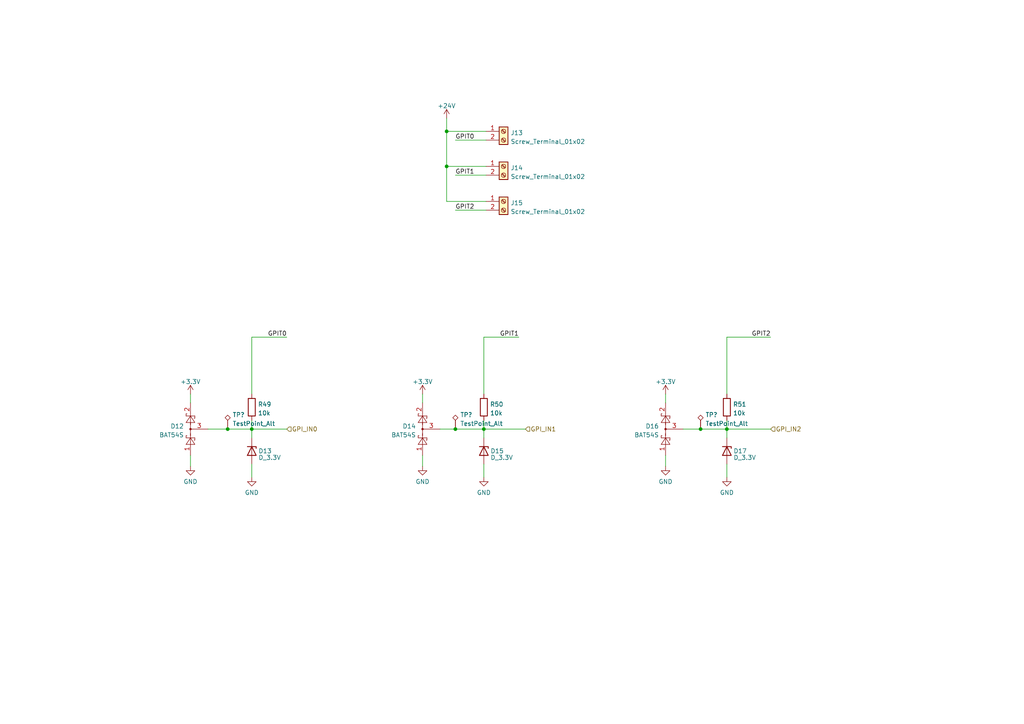
<source format=kicad_sch>
(kicad_sch (version 20211123) (generator eeschema)
  (paper "A4")
  (title_block (title "FloatPUMP Schematics") (date "2022-11-11") (rev "1.0") (company "robtor.de") (comment 1 "Controller board for up to 3 water pumps") (comment 2 "measuring capabilities with piezoresistive pressure sensors") (comment 3 "sensor input Range 4mA-20mA"))
  (lib_symbols
    (symbol "Connector:Screw_Terminal_01x02" (pin_names (offset 1.016) hide)
      (property "Reference" "J" (at 0 2.54 0))
      (property "Value" "Screw_Terminal_01x02" (at 0 -5.08 0))
      (symbol "Screw_Terminal_01x02_1_1"
        (rectangle (start -1.27 1.27) (end 1.27 -3.81) (stroke (width 0.254)) (fill (type background)))
        (circle (center 0 -2.54) (radius 0.635) (stroke (width 0.1524)))
        (polyline (pts (xy -0.5334 -2.2098) (xy 0.3302 -3.048)) (stroke (width 0.1524)))
        (polyline (pts (xy -0.5334 0.3302) (xy 0.3302 -0.508)) (stroke (width 0.1524)))
        (polyline (pts (xy -0.3556 -2.032) (xy 0.508 -2.8702)) (stroke (width 0.1524)))
        (polyline (pts (xy -0.3556 0.508) (xy 0.508 -0.3302)) (stroke (width 0.1524)))
        (circle (center 0 0) (radius 0.635) (stroke (width 0.1524)))
        (pin passive line (at -5.08 0 0) (length 3.81) (name "Pin_1") (number "1"))
        (pin passive line (at -5.08 -2.54 0) (length 3.81) (name "Pin_2") (number "2"))
      )
    )
    (symbol "Connector:TestPoint_Alt" (pin_numbers hide) (pin_names (offset 0.762) hide)
      (property "Reference" "TP" (at 0 6.858 0))
      (property "Value" "TestPoint_Alt" (at 0 5.08 0))
      (symbol "TestPoint_Alt_0_1"
        (polyline (pts (xy 0 2.54) (xy -0.762 3.302) (xy 0 4.064) (xy 0.762 3.302) (xy 0 2.54)))
      )
      (symbol "TestPoint_Alt_1_1"
        (pin passive line (at 0 0 90) (length 2.54) (name "1") (number "1"))
      )
    )
    (symbol "D_Zener_1" (pin_numbers hide) (pin_names (offset 1.016) hide)
      (property "Reference" "D?" (at 2.032 0.8347 90))
      (property "Value" "D_Zener_1" (at 2.032 -1.7022 90))
      (symbol "D_Zener_1_0_1"
        (polyline (pts (xy 1.27 0) (xy -1.27 0)))
        (polyline (pts (xy -1.27 -1.27) (xy -1.27 1.27) (xy -0.762 1.27)) (stroke (width 0.254)))
        (polyline (pts (xy 1.27 -1.27) (xy 1.27 1.27) (xy -1.27 0) (xy 1.27 -1.27)) (stroke (width 0.254)))
      )
      (symbol "D_Zener_1_1_1"
        (pin passive line (at 3.81 0 180) (length 2.54) (name "A") (number "1"))
        (pin passive line (at -3.81 0 0) (length 2.54) (name "K") (number "3"))
      )
    )
    (symbol "Device:R" (pin_numbers hide) (pin_names (offset 0))
      (property "Reference" "R" (at 2.032 0 90))
      (property "Value" "R" (at 0 0 90))
      (symbol "R_0_1"
        (rectangle (start -1.016 -2.54) (end 1.016 2.54) (stroke (width 0.254)))
      )
      (symbol "R_1_1"
        (pin passive line (at 0 3.81 270) (length 1.27) (name "~") (number "1"))
        (pin passive line (at 0 -3.81 90) (length 1.27) (name "~") (number "2"))
      )
    )
    (symbol "Diode:BAT54S" (pin_names (offset 1.016))
      (property "Reference" "D" (at 0.635 -3.81 0))
      (property "Value" "BAT54S" (at -6.35 3.175 0))
      (symbol "BAT54S_0_1"
        (polyline (pts (xy -3.81 0) (xy -1.27 0)))
        (polyline (pts (xy -3.175 -1.27) (xy -3.175 -1.016)))
        (polyline (pts (xy -2.54 -1.27) (xy -3.175 -1.27)))
        (polyline (pts (xy -2.54 -1.27) (xy -2.54 1.27)))
        (polyline (pts (xy -2.54 1.27) (xy -1.905 1.27)))
        (polyline (pts (xy -1.905 0) (xy 1.905 0)))
        (polyline (pts (xy -1.905 1.27) (xy -1.905 1.016)))
        (polyline (pts (xy 1.27 0) (xy 3.81 0)))
        (polyline (pts (xy 3.175 -1.27) (xy 3.175 -1.016)))
        (polyline (pts (xy 3.81 -1.27) (xy 3.175 -1.27)))
        (polyline (pts (xy 3.81 -1.27) (xy 3.81 1.27)))
        (polyline (pts (xy 3.81 1.27) (xy 4.445 1.27)))
        (polyline (pts (xy 4.445 1.27) (xy 4.445 1.016)))
        (polyline (pts (xy -4.445 1.27) (xy -4.445 -1.27) (xy -2.54 0) (xy -4.445 1.27)))
        (polyline (pts (xy 1.905 1.27) (xy 1.905 -1.27) (xy 3.81 0) (xy 1.905 1.27)))
        (circle (center 0 0) (radius 0.254) (fill (type outline)))
      )
      (symbol "BAT54S_1_1"
        (pin passive line (at -7.62 0 0) (length 3.81) (name "~") (number "1"))
        (pin passive line (at 7.62 0 180) (length 3.81) (name "~") (number "2"))
        (pin passive line (at 0 -5.08 90) (length 5.08) (name "~") (number "3"))
      )
    )
    (symbol "power:+24V" (power) (pin_names (offset 0))
      (property "Value" "+24V" (at 0 3.556 0))
      (symbol "+24V_0_1"
        (polyline (pts (xy -0.762 1.27) (xy 0 2.54)))
        (polyline (pts (xy 0 0) (xy 0 2.54)))
        (polyline (pts (xy 0 2.54) (xy 0.762 1.27)))
      )
      (symbol "+24V_1_1"
        (pin power_in line (at 0 0 90) (length 0) hide (name "+24V") (number "1"))
      )
    )
    (symbol "power:+3.3V" (power) (pin_names (offset 0))
      (property "Value" "+3.3V" (at 0 3.556 0))
      (symbol "+3.3V_0_1"
        (polyline (pts (xy -0.762 1.27) (xy 0 2.54)))
        (polyline (pts (xy 0 0) (xy 0 2.54)))
        (polyline (pts (xy 0 2.54) (xy 0.762 1.27)))
      )
      (symbol "+3.3V_1_1"
        (pin power_in line (at 0 0 90) (length 0) hide (name "+3.3V") (number "1"))
      )
    )
    (symbol "power:GND" (power) (pin_names (offset 0))
      (property "Value" "GND" (at 0 -3.81 0))
      (symbol "GND_0_1"
        (polyline (pts (xy 0 0) (xy 0 -1.27) (xy 1.27 -1.27) (xy 0 -2.54) (xy -1.27 -1.27) (xy 0 -1.27)))
      )
      (symbol "GND_1_1"
        (pin power_in line (at 0 0 270) (length 0) hide (name "GND") (number "1"))
      )
    )
  )
  (junction (at 203.2 124.46))
  (junction (at 66.04 124.46))
  (junction (at 73.025 124.46))
  (junction (at 129.54 38.1))
  (junction (at 129.54 48.26))
  (junction (at 132.08 124.46))
  (junction (at 210.82 124.46))
  (junction (at 140.335 124.46))
  (wire (pts (xy 140.97 58.42) (xy 129.54 58.42)))
  (wire (pts (xy 140.335 134.62) (xy 140.335 138.43)))
  (wire (pts (xy 210.82 114.3) (xy 210.82 97.79)))
  (wire (pts (xy 66.04 124.46) (xy 73.025 124.46)))
  (wire (pts (xy 129.54 38.1) (xy 129.54 48.26)))
  (wire (pts (xy 198.12 124.46) (xy 203.2 124.46)))
  (wire (pts (xy 132.08 60.96) (xy 140.97 60.96)))
  (wire (pts (xy 73.025 121.92) (xy 73.025 124.46)))
  (wire (pts (xy 140.335 121.92) (xy 140.335 124.46)))
  (wire (pts (xy 73.025 124.46) (xy 73.025 127)))
  (wire (pts (xy 122.555 114.3) (xy 122.555 116.84)))
  (wire (pts (xy 129.54 58.42) (xy 129.54 48.26)))
  (wire (pts (xy 73.025 124.46) (xy 83.185 124.46)))
  (wire (pts (xy 73.025 114.3) (xy 73.025 97.79)))
  (wire (pts (xy 210.82 124.46) (xy 210.82 127)))
  (wire (pts (xy 129.54 48.26) (xy 140.97 48.26)))
  (wire (pts (xy 210.82 124.46) (xy 223.52 124.46)))
  (wire (pts (xy 132.08 40.64) (xy 140.97 40.64)))
  (wire (pts (xy 55.245 114.3) (xy 55.245 116.84)))
  (wire (pts (xy 55.245 132.08) (xy 55.245 135.255)))
  (wire (pts (xy 210.82 121.92) (xy 210.82 124.46)))
  (wire (pts (xy 127.635 124.46) (xy 132.08 124.46)))
  (wire (pts (xy 140.97 38.1) (xy 129.54 38.1)))
  (wire (pts (xy 73.025 134.62) (xy 73.025 138.43)))
  (wire (pts (xy 60.325 124.46) (xy 66.04 124.46)))
  (wire (pts (xy 73.025 97.79) (xy 83.185 97.79)))
  (wire (pts (xy 210.82 97.79) (xy 223.52 97.79)))
  (wire (pts (xy 140.335 97.79) (xy 150.495 97.79)))
  (wire (pts (xy 129.54 34.29) (xy 129.54 38.1)))
  (wire (pts (xy 193.04 114.3) (xy 193.04 116.84)))
  (wire (pts (xy 203.2 124.46) (xy 210.82 124.46)))
  (wire (pts (xy 140.335 97.79) (xy 140.335 114.3)))
  (wire (pts (xy 132.08 50.8) (xy 140.97 50.8)))
  (wire (pts (xy 122.555 132.08) (xy 122.555 135.255)))
  (wire (pts (xy 140.335 124.46) (xy 152.4 124.46)))
  (wire (pts (xy 140.335 124.46) (xy 140.335 127)))
  (wire (pts (xy 132.08 124.46) (xy 140.335 124.46)))
  (wire (pts (xy 193.04 132.08) (xy 193.04 135.255)))
  (wire (pts (xy 210.82 134.62) (xy 210.82 138.43)))
  (label "GPIT1" (at 150.495 97.79 180))
  (label "GPIT1" (at 132.08 50.8 0))
  (label "GPIT0" (at 83.185 97.79 180))
  (label "GPIT0" (at 132.08 40.64 0))
  (label "GPIT2" (at 132.08 60.96 0))
  (label "GPIT2" (at 223.52 97.79 180))
  (hierarchical_label "GPI_IN0" (shape input) (at 83.185 124.46 0))
  (hierarchical_label "GPI_IN2" (shape input) (at 223.52 124.46 0))
  (hierarchical_label "GPI_IN1" (shape input) (at 152.4 124.46 0))
  (symbol (lib_id "power:+24V") (at 129.54 34.29 0) (unit 1)
    (property "Reference" "#PWR065" (effects hide))
    (property "Value" "+24V" (at 129.54 30.7142 0))
  )
  (symbol (lib_id "power:GND") (at 73.025 138.43 0) (unit 1)
    (property "Reference" "#PWR063" (effects hide))
    (property "Value" "GND" (at 73.025 142.8734 0))
  )
  (symbol (lib_name "D_Zener_1") (lib_id "Device:D_Zener") (at 210.82 130.81 270) (unit 1)
    (property "Reference" "D17" (at 212.725 130.81 90) (effects (justify left)))
    (property "Value" "D_3.3V" (at 212.725 132.715 90) (effects (justify left)))
    (property "Footprint" "Package_TO_SOT_SMD:SOT-23" (effects hide))
    (property "Datasheet" "https://datasheet.lcsc.com/lcsc/1809191825_LRC-LBZX84C3V3LT1G_C12745.pdf" (effects hide))
  )
  (symbol (lib_id "Connector:Screw_Terminal_01x02") (at 146.05 38.1 0) (unit 1)
    (property "Reference" "J13" (at 148.082 38.5353 0) (effects (justify left)))
    (property "Value" "Screw_Terminal_01x02" (at 148.082 41.0722 0) (effects (justify left)))
  )
  (symbol (lib_name "D_Zener_1") (lib_id "Device:D_Zener") (at 73.025 130.81 270) (unit 1)
    (property "Reference" "D13" (at 74.93 130.81 90) (effects (justify left)))
    (property "Value" "D_3.3V" (at 74.93 132.715 90) (effects (justify left)))
    (property "Footprint" "Package_TO_SOT_SMD:SOT-23" (effects hide))
    (property "Datasheet" "https://datasheet.lcsc.com/lcsc/1809191825_LRC-LBZX84C3V3LT1G_C12745.pdf" (effects hide))
  )
  (symbol (lib_id "Connector:TestPoint_Alt") (at 203.2 124.46 0) (unit 1)
    (property "Reference" "TP?" (at 204.597 120.3233 0) (effects (justify left)))
    (property "Value" "TestPoint_Alt" (at 204.597 122.8602 0) (effects (justify left)))
  )
  (symbol (lib_id "Device:R") (at 210.82 118.11 0) (unit 1)
    (property "Reference" "R51" (at 212.598 117.2753 0) (effects (justify left)))
    (property "Value" "10k" (at 212.598 119.8122 0) (effects (justify left)))
    (property "Footprint" "Resistor_SMD:R_0603_1608Metric" (effects hide))
    (property "JLCPCB" "C238881" (effects hide))
  )
  (symbol (lib_id "Diode:BAT54S") (at 193.04 124.46 90) (unit 1)
    (property "Reference" "D16" (at 191.135 123.6253 90) (effects (justify left)))
    (property "Value" "BAT54S" (at 191.135 126.1622 90) (effects (justify left)))
    (property "Footprint" "Package_TO_SOT_SMD:SOT-23" (effects hide))
    (property "Datasheet" "https://www.diodes.com/assets/Datasheets/ds11005.pdf" (effects hide))
    (property "JLCPCB" "C2762214" (effects hide))
  )
  (symbol (lib_id "Connector:Screw_Terminal_01x02") (at 146.05 58.42 0) (unit 1)
    (property "Reference" "J15" (at 148.082 58.8553 0) (effects (justify left)))
    (property "Value" "Screw_Terminal_01x02" (at 148.082 61.3922 0) (effects (justify left)))
  )
  (symbol (lib_id "Connector:TestPoint_Alt") (at 132.08 124.46 0) (unit 1)
    (property "Reference" "TP?" (at 133.477 120.3233 0) (effects (justify left)))
    (property "Value" "TestPoint_Alt" (at 133.477 122.8602 0) (effects (justify left)))
  )
  (symbol (lib_id "Device:R") (at 73.025 118.11 0) (unit 1)
    (property "Reference" "R49" (at 74.803 117.2753 0) (effects (justify left)))
    (property "Value" "10k" (at 74.803 119.8122 0) (effects (justify left)))
    (property "Footprint" "Resistor_SMD:R_0603_1608Metric" (effects hide))
    (property "JLCPCB" "C238881" (effects hide))
  )
  (symbol (lib_id "power:GND") (at 55.245 135.255 0) (unit 1)
    (property "Reference" "#PWR0106" (effects hide))
    (property "Value" "GND" (at 55.245 139.6984 0))
  )
  (symbol (lib_id "power:GND") (at 122.555 135.255 0) (unit 1)
    (property "Reference" "#PWR0104" (effects hide))
    (property "Value" "GND" (at 122.555 139.6984 0))
  )
  (symbol (lib_id "power:GND") (at 193.04 135.255 0) (unit 1)
    (property "Reference" "#PWR0109" (effects hide))
    (property "Value" "GND" (at 193.04 139.6984 0))
  )
  (symbol (lib_id "power:GND") (at 210.82 138.43 0) (unit 1)
    (property "Reference" "#PWR0108" (effects hide))
    (property "Value" "GND" (at 210.82 142.8734 0))
  )
  (symbol (lib_id "Diode:BAT54S") (at 122.555 124.46 90) (unit 1)
    (property "Reference" "D14" (at 120.65 123.6253 90) (effects (justify left)))
    (property "Value" "BAT54S" (at 120.65 126.1622 90) (effects (justify left)))
    (property "Footprint" "Package_TO_SOT_SMD:SOT-23" (effects hide))
    (property "Datasheet" "https://www.diodes.com/assets/Datasheets/ds11005.pdf" (effects hide))
    (property "JLCPCB" "C2762214" (effects hide))
  )
  (symbol (lib_id "power:+3.3V") (at 193.04 114.3 0) (unit 1)
    (property "Reference" "#PWR0110" (effects hide))
    (property "Value" "+3.3V" (at 193.04 110.7242 0))
  )
  (symbol (lib_name "D_Zener_1") (lib_id "Device:D_Zener") (at 140.335 130.81 270) (unit 1)
    (property "Reference" "D15" (at 142.24 130.81 90) (effects (justify left)))
    (property "Value" "D_3.3V" (at 142.24 132.715 90) (effects (justify left)))
    (property "Footprint" "Package_TO_SOT_SMD:SOT-23" (effects hide))
    (property "Datasheet" "https://datasheet.lcsc.com/lcsc/1809191825_LRC-LBZX84C3V3LT1G_C12745.pdf" (effects hide))
  )
  (symbol (lib_id "Connector:TestPoint_Alt") (at 66.04 124.46 0) (unit 1)
    (property "Reference" "TP?" (at 67.437 120.3233 0) (effects (justify left)))
    (property "Value" "TestPoint_Alt" (at 67.437 122.8602 0) (effects (justify left)))
  )
  (symbol (lib_id "power:+3.3V") (at 55.245 114.3 0) (unit 1)
    (property "Reference" "#PWR0107" (effects hide))
    (property "Value" "+3.3V" (at 55.245 110.7242 0))
  )
  (symbol (lib_id "Connector:Screw_Terminal_01x02") (at 146.05 48.26 0) (unit 1)
    (property "Reference" "J14" (at 148.082 48.6953 0) (effects (justify left)))
    (property "Value" "Screw_Terminal_01x02" (at 148.082 51.2322 0) (effects (justify left)))
  )
  (symbol (lib_id "Diode:BAT54S") (at 55.245 124.46 90) (unit 1)
    (property "Reference" "D12" (at 53.34 123.6253 90) (effects (justify left)))
    (property "Value" "BAT54S" (at 53.34 126.1622 90) (effects (justify left)))
    (property "Footprint" "Package_TO_SOT_SMD:SOT-23" (effects hide))
    (property "Datasheet" "https://www.diodes.com/assets/Datasheets/ds11005.pdf" (effects hide))
    (property "JLCPCB" "C2762214" (effects hide))
  )
  (symbol (lib_id "power:+3.3V") (at 122.555 114.3 0) (unit 1)
    (property "Reference" "#PWR0105" (effects hide))
    (property "Value" "+3.3V" (at 122.555 110.7242 0))
  )
  (symbol (lib_id "Device:R") (at 140.335 118.11 0) (unit 1)
    (property "Reference" "R50" (at 142.113 117.2753 0) (effects (justify left)))
    (property "Value" "10k" (at 142.113 119.8122 0) (effects (justify left)))
    (property "Footprint" "Resistor_SMD:R_0603_1608Metric" (effects hide))
    (property "JLCPCB" "C238881" (effects hide))
  )
  (symbol (lib_id "power:GND") (at 140.335 138.43 0) (unit 1)
    (property "Reference" "#PWR0103" (effects hide))
    (property "Value" "GND" (at 140.335 142.8734 0))
  )
)
</source>
